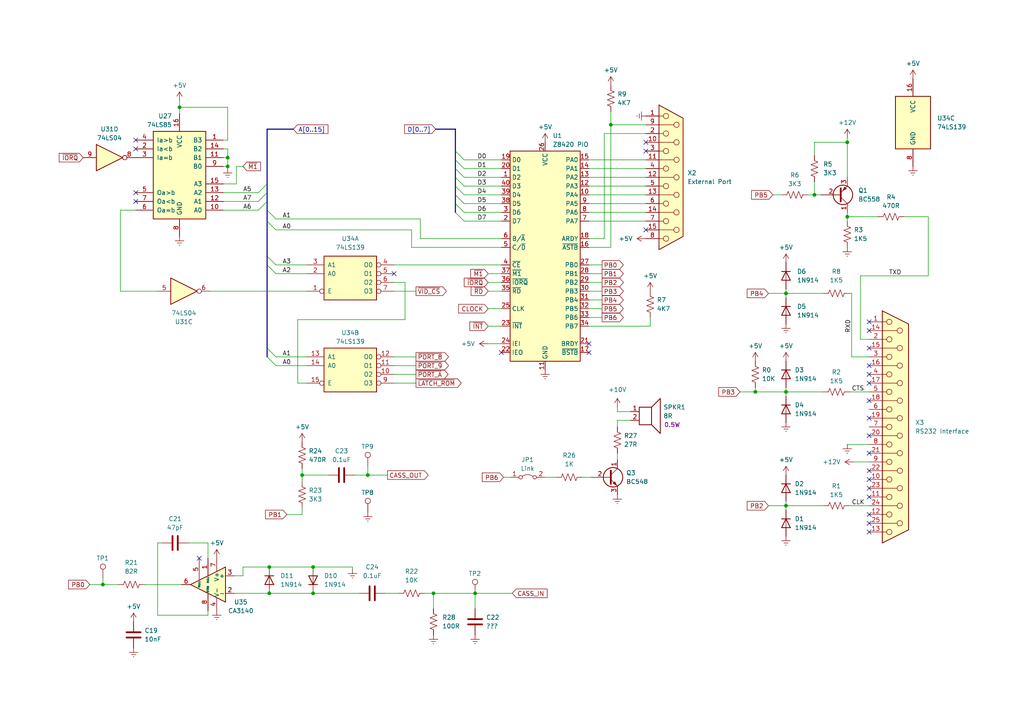
<source format=kicad_sch>
(kicad_sch (version 20230121) (generator eeschema)
  (paper "A4")
  (title_block (title "Microbee Kit") (date "1982") (rev "1") (comment 1 "(c) 1982 OJH MICROWORLD") (comment 2 "Schematic Resrawn by Rhys Weatherley"))
  (lib_symbols
    (symbol "74xx:74LS04"
      (property "Reference" "U" (at 0 1.27 0))
      (property "Value" "74LS04" (at 0 -1.27 0))
      (symbol "74LS04_1_0"
        (pin input line (at -7.62 0 0) (length 3.81) (name "~") (number "1"))
        (pin output inverted (at 7.62 0 180) (length 3.81) (name "~") (number "2"))
      )
      (symbol "74LS04_2_0"
        (pin input line (at -7.62 0 0) (length 3.81) (name "~") (number "3"))
        (pin output inverted (at 7.62 0 180) (length 3.81) (name "~") (number "4"))
      )
      (symbol "74LS04_3_0"
        (pin input line (at -7.62 0 0) (length 3.81) (name "~") (number "5"))
        (pin output inverted (at 7.62 0 180) (length 3.81) (name "~") (number "6"))
      )
      (symbol "74LS04_4_0"
        (pin output inverted (at 7.62 0 180) (length 3.81) (name "~") (number "8"))
        (pin input line (at -7.62 0 0) (length 3.81) (name "~") (number "9"))
      )
      (symbol "74LS04_5_0"
        (pin output inverted (at 7.62 0 180) (length 3.81) (name "~") (number "10"))
        (pin input line (at -7.62 0 0) (length 3.81) (name "~") (number "11"))
      )
      (symbol "74LS04_6_0"
        (pin output inverted (at 7.62 0 180) (length 3.81) (name "~") (number "12"))
        (pin input line (at -7.62 0 0) (length 3.81) (name "~") (number "13"))
      )
      (symbol "74LS04_7_0"
        (pin power_in line (at 0 12.7 270) (length 5.08) (name "VCC") (number "14"))
        (pin power_in line (at 0 -12.7 90) (length 5.08) (name "GND") (number "7"))
      )
    )
    (symbol "74xx:74LS139" (pin_names (offset 1.016))
      (property "Reference" "U" (at -7.62 8.89 0))
      (property "Value" "74LS139" (at -7.62 -8.89 0))
      (symbol "74LS139_1_0"
        (pin input inverted (at -12.7 -5.08 0) (length 5.08) (name "E") (number "1"))
        (pin input line (at -12.7 0 0) (length 5.08) (name "A0") (number "2"))
        (pin input line (at -12.7 2.54 0) (length 5.08) (name "A1") (number "3"))
        (pin output inverted (at 12.7 2.54 180) (length 5.08) (name "O0") (number "4"))
        (pin output inverted (at 12.7 0 180) (length 5.08) (name "O1") (number "5"))
        (pin output inverted (at 12.7 -2.54 180) (length 5.08) (name "O2") (number "6"))
        (pin output inverted (at 12.7 -5.08 180) (length 5.08) (name "O3") (number "7"))
      )
      (symbol "74LS139_2_0"
        (pin output inverted (at 12.7 -2.54 180) (length 5.08) (name "O2") (number "10"))
        (pin output inverted (at 12.7 0 180) (length 5.08) (name "O1") (number "11"))
        (pin output inverted (at 12.7 2.54 180) (length 5.08) (name "O0") (number "12"))
        (pin input line (at -12.7 2.54 0) (length 5.08) (name "A1") (number "13"))
        (pin input line (at -12.7 0 0) (length 5.08) (name "A0") (number "14"))
        (pin input inverted (at -12.7 -5.08 0) (length 5.08) (name "E") (number "15"))
        (pin output inverted (at 12.7 -5.08 180) (length 5.08) (name "O3") (number "9"))
      )
      (symbol "74LS139_3_0"
        (pin power_in line (at 0 12.7 270) (length 5.08) (name "VCC") (number "16"))
        (pin power_in line (at 0 -12.7 90) (length 5.08) (name "GND") (number "8"))
      )
    )
    (symbol "74xx:74LS85" (pin_names (offset 1.016))
      (property "Reference" "U" (at -7.62 13.97 0))
      (property "Value" "74LS85" (at -7.62 -13.97 0))
      (symbol "74LS85_1_0"
        (pin input line (at -12.7 10.16 0) (length 5.08) (name "B3") (number "1"))
        (pin input line (at -12.7 -10.16 0) (length 5.08) (name "A0") (number "10"))
        (pin input line (at -12.7 5.08 0) (length 5.08) (name "B1") (number "11"))
        (pin input line (at -12.7 -7.62 0) (length 5.08) (name "A1") (number "12"))
        (pin input line (at -12.7 -5.08 0) (length 5.08) (name "A2") (number "13"))
        (pin input line (at -12.7 7.62 0) (length 5.08) (name "B2") (number "14"))
        (pin input line (at -12.7 -2.54 0) (length 5.08) (name "A3") (number "15"))
        (pin power_in line (at 0 17.78 270) (length 5.08) (name "VCC") (number "16"))
        (pin input line (at 12.7 7.62 180) (length 5.08) (name "Ia<b") (number "2"))
        (pin input line (at 12.7 5.08 180) (length 5.08) (name "Ia=b") (number "3"))
        (pin input line (at 12.7 10.16 180) (length 5.08) (name "Ia>b") (number "4"))
        (pin output line (at 12.7 -5.08 180) (length 5.08) (name "Oa>b") (number "5"))
        (pin output line (at 12.7 -10.16 180) (length 5.08) (name "Oa=b") (number "6"))
        (pin output line (at 12.7 -7.62 180) (length 5.08) (name "Oa<b") (number "7"))
        (pin power_in line (at 0 -17.78 90) (length 5.08) (name "GND") (number "8"))
        (pin input line (at -12.7 2.54 0) (length 5.08) (name "B0") (number "9"))
      )
    )
    (symbol "Amplifier_Operational:CA3140" (pin_names (offset 0.127))
      (property "Reference" "U" (at 6.35 5.08 0))
      (property "Value" "CA3140" (at 6.35 2.54 0))
      (symbol "CA3140_1_1"
        (pin passive line (at 0 7.62 270) (length 5.08) (name "NULL") (number "1"))
        (pin input line (at -7.62 -2.54 0) (length 2.54) (name "-") (number "2"))
        (pin input line (at -7.62 2.54 0) (length 2.54) (name "+") (number "3"))
        (pin power_in line (at -2.54 -7.62 90) (length 3.81) (name "V-") (number "4"))
        (pin passive line (at 2.54 7.62 270) (length 6.35) (name "NULL") (number "5"))
        (pin output line (at 7.62 0 180) (length 2.54) (name "~") (number "6"))
        (pin power_in line (at -2.54 7.62 270) (length 3.81) (name "V+") (number "7"))
        (pin passive line (at 0 -7.62 90) (length 5.08) (name "STRB") (number "8"))
      )
    )
    (symbol "Connector:DA15_Receptacle" (pin_names (offset 1.016) hide)
      (property "Reference" "J" (at 0.508 21.59 0))
      (property "Value" "DA15_Receptacle" (at 0 -22.225 0))
      (symbol "DA15_Receptacle_1_1"
        (pin passive line (at -7.62 17.78 0) (length 3.81) (name "1") (number "1"))
        (pin passive line (at -7.62 10.16 0) (length 3.81) (name "P10") (number "10"))
        (pin passive line (at -7.62 5.08 0) (length 3.81) (name "P111") (number "11"))
        (pin passive line (at -7.62 0 0) (length 3.81) (name "P12") (number "12"))
        (pin passive line (at -7.62 -5.08 0) (length 3.81) (name "P13") (number "13"))
        (pin passive line (at -7.62 -10.16 0) (length 3.81) (name "P14") (number "14"))
        (pin passive line (at -7.62 -15.24 0) (length 3.81) (name "P15") (number "15"))
        (pin passive line (at -7.62 12.7 0) (length 3.81) (name "2") (number "2"))
        (pin passive line (at -7.62 7.62 0) (length 3.81) (name "3") (number "3"))
        (pin passive line (at -7.62 2.54 0) (length 3.81) (name "4") (number "4"))
        (pin passive line (at -7.62 -2.54 0) (length 3.81) (name "5") (number "5"))
        (pin passive line (at -7.62 -7.62 0) (length 3.81) (name "6") (number "6"))
        (pin passive line (at -7.62 -12.7 0) (length 3.81) (name "7") (number "7"))
        (pin passive line (at -7.62 -17.78 0) (length 3.81) (name "8") (number "8"))
        (pin passive line (at -7.62 15.24 0) (length 3.81) (name "P9") (number "9"))
      )
    )
    (symbol "Connector:DB25_Receptacle" (pin_names (offset 1.016) hide)
      (property "Reference" "J" (at 0 34.29 0))
      (property "Value" "DB25_Receptacle" (at 0 -34.925 0))
      (symbol "DB25_Receptacle_1_1"
        (pin passive line (at -7.62 30.48 0) (length 3.81) (name "1") (number "1"))
        (pin passive line (at -7.62 -15.24 0) (length 3.81) (name "10") (number "10"))
        (pin passive line (at -7.62 -20.32 0) (length 3.81) (name "11") (number "11"))
        (pin passive line (at -7.62 -25.4 0) (length 3.81) (name "12") (number "12"))
        (pin passive line (at -7.62 -30.48 0) (length 3.81) (name "13") (number "13"))
        (pin passive line (at -7.62 27.94 0) (length 3.81) (name "P14") (number "14"))
        (pin passive line (at -7.62 22.86 0) (length 3.81) (name "P15") (number "15"))
        (pin passive line (at -7.62 17.78 0) (length 3.81) (name "P16") (number "16"))
        (pin passive line (at -7.62 12.7 0) (length 3.81) (name "P17") (number "17"))
        (pin passive line (at -7.62 7.62 0) (length 3.81) (name "P18") (number "18"))
        (pin passive line (at -7.62 2.54 0) (length 3.81) (name "P19") (number "19"))
        (pin passive line (at -7.62 25.4 0) (length 3.81) (name "2") (number "2"))
        (pin passive line (at -7.62 -2.54 0) (length 3.81) (name "P20") (number "20"))
        (pin passive line (at -7.62 -7.62 0) (length 3.81) (name "P21") (number "21"))
        (pin passive line (at -7.62 -12.7 0) (length 3.81) (name "P22") (number "22"))
        (pin passive line (at -7.62 -17.78 0) (length 3.81) (name "P23") (number "23"))
        (pin passive line (at -7.62 -22.86 0) (length 3.81) (name "P24") (number "24"))
        (pin passive line (at -7.62 -27.94 0) (length 3.81) (name "P25") (number "25"))
        (pin passive line (at -7.62 20.32 0) (length 3.81) (name "3") (number "3"))
        (pin passive line (at -7.62 15.24 0) (length 3.81) (name "4") (number "4"))
        (pin passive line (at -7.62 10.16 0) (length 3.81) (name "5") (number "5"))
        (pin passive line (at -7.62 5.08 0) (length 3.81) (name "6") (number "6"))
        (pin passive line (at -7.62 0 0) (length 3.81) (name "7") (number "7"))
        (pin passive line (at -7.62 -5.08 0) (length 3.81) (name "8") (number "8"))
        (pin passive line (at -7.62 -10.16 0) (length 3.81) (name "9") (number "9"))
      )
    )
    (symbol "Connector:TestPoint" (pin_numbers hide) (pin_names (offset 0.762) hide)
      (property "Reference" "TP" (at 0 6.858 0))
      (property "Value" "TestPoint" (at 0 5.08 0))
      (symbol "TestPoint_1_1"
        (pin passive line (at 0 0 90) (length 2.54) (name "1") (number "1"))
      )
    )
    (symbol "Device:C" (pin_numbers hide) (pin_names (offset 0.254))
      (property "Reference" "C" (at 0.635 2.54 0))
      (property "Value" "C" (at 0.635 -2.54 0))
      (symbol "C_1_1"
        (pin passive line (at 0 3.81 270) (length 2.794) (name "~") (number "1"))
        (pin passive line (at 0 -3.81 90) (length 2.794) (name "~") (number "2"))
      )
    )
    (symbol "Device:R_US" (pin_numbers hide) (pin_names (offset 0))
      (property "Reference" "R" (at 2.54 0 90))
      (property "Value" "R_US" (at -2.54 0 90))
      (symbol "R_US_1_1"
        (pin passive line (at 0 3.81 270) (length 1.27) (name "~") (number "1"))
        (pin passive line (at 0 -3.81 90) (length 1.27) (name "~") (number "2"))
      )
    )
    (symbol "Device:Speaker" (pin_names (offset 0) hide)
      (property "Reference" "LS" (at 1.27 5.715 0))
      (property "Value" "Speaker" (at 1.27 3.81 0))
      (symbol "Speaker_1_1"
        (pin input line (at -5.08 0 0) (length 2.54) (name "1") (number "1"))
        (pin input line (at -5.08 -2.54 0) (length 2.54) (name "2") (number "2"))
      )
    )
    (symbol "Diode:1N914" (pin_numbers hide) (pin_names hide)
      (property "Reference" "D" (at 0 2.54 0))
      (property "Value" "1N914" (at 0 -2.54 0))
      (symbol "1N914_1_1"
        (pin passive line (at -3.81 0 0) (length 2.54) (name "K") (number "1"))
        (pin passive line (at 3.81 0 180) (length 2.54) (name "A") (number "2"))
      )
    )
    (symbol "Interface:Z84C20"
      (property "Reference" "U" (at -10.16 31.75 0))
      (property "Value" "Z84C20" (at 3.81 31.75 0))
      (symbol "Z84C20_1_1"
        (pin bidirectional line (at -12.7 22.86 0) (length 2.54) (name "D2") (number "1"))
        (pin bidirectional line (at 12.7 17.78 180) (length 2.54) (name "PA4") (number "10"))
        (pin power_in line (at 0 -33.02 90) (length 2.54) (name "GND") (number "11"))
        (pin bidirectional line (at 12.7 20.32 180) (length 2.54) (name "PA3") (number "12"))
        (pin bidirectional line (at 12.7 22.86 180) (length 2.54) (name "PA2") (number "13"))
        (pin bidirectional line (at 12.7 25.4 180) (length 2.54) (name "PA1") (number "14"))
        (pin bidirectional line (at 12.7 27.94 180) (length 2.54) (name "PA0") (number "15"))
        (pin input line (at 12.7 2.54 180) (length 2.54) (name "~{ASTB}") (number "16"))
        (pin input line (at 12.7 -27.94 180) (length 2.54) (name "~{BSTB}") (number "17"))
        (pin output line (at 12.7 5.08 180) (length 2.54) (name "ARDY") (number "18"))
        (pin bidirectional line (at -12.7 27.94 0) (length 2.54) (name "D0") (number "19"))
        (pin bidirectional line (at -12.7 10.16 0) (length 2.54) (name "D7") (number "2"))
        (pin bidirectional line (at -12.7 25.4 0) (length 2.54) (name "D1") (number "20"))
        (pin output line (at 12.7 -25.4 180) (length 2.54) (name "BRDY") (number "21"))
        (pin output line (at -12.7 -27.94 0) (length 2.54) (name "IEO") (number "22"))
        (pin open_collector line (at -12.7 -20.32 0) (length 2.54) (name "~{INT}") (number "23"))
        (pin input line (at -12.7 -25.4 0) (length 2.54) (name "IEI") (number "24"))
        (pin input line (at -12.7 -15.24 0) (length 2.54) (name "CLK") (number "25"))
        (pin power_in line (at 0 33.02 270) (length 2.54) (name "VCC") (number "26"))
        (pin bidirectional line (at 12.7 -2.54 180) (length 2.54) (name "PB0") (number "27"))
        (pin bidirectional line (at 12.7 -5.08 180) (length 2.54) (name "PB1") (number "28"))
        (pin bidirectional line (at 12.7 -7.62 180) (length 2.54) (name "PB2") (number "29"))
        (pin bidirectional line (at -12.7 12.7 0) (length 2.54) (name "D6") (number "3"))
        (pin bidirectional line (at 12.7 -10.16 180) (length 2.54) (name "PB3") (number "30"))
        (pin bidirectional line (at 12.7 -12.7 180) (length 2.54) (name "PB4") (number "31"))
        (pin bidirectional line (at 12.7 -15.24 180) (length 2.54) (name "PB5") (number "32"))
        (pin bidirectional line (at 12.7 -17.78 180) (length 2.54) (name "PB6") (number "33"))
        (pin bidirectional line (at 12.7 -20.32 180) (length 2.54) (name "PB7") (number "34"))
        (pin input line (at -12.7 -10.16 0) (length 2.54) (name "~{RD}") (number "35"))
        (pin input line (at -12.7 -7.62 0) (length 2.54) (name "~{IORQ}") (number "36"))
        (pin input line (at -12.7 -5.08 0) (length 2.54) (name "~{M1}") (number "37"))
        (pin bidirectional line (at -12.7 15.24 0) (length 2.54) (name "D5") (number "38"))
        (pin bidirectional line (at -12.7 17.78 0) (length 2.54) (name "D4") (number "39"))
        (pin input line (at -12.7 -2.54 0) (length 2.54) (name "~{CE}") (number "4"))
        (pin bidirectional line (at -12.7 20.32 0) (length 2.54) (name "D3") (number "40"))
        (pin input line (at -12.7 2.54 0) (length 2.54) (name "C/~{D}") (number "5"))
        (pin input line (at -12.7 5.08 0) (length 2.54) (name "B/~{A}") (number "6"))
        (pin bidirectional line (at 12.7 10.16 180) (length 2.54) (name "PA7") (number "7"))
        (pin bidirectional line (at 12.7 12.7 180) (length 2.54) (name "PA6") (number "8"))
        (pin bidirectional line (at 12.7 15.24 180) (length 2.54) (name "PA5") (number "9"))
      )
    )
    (symbol "Jumper:Jumper_2_Bridged" (pin_names (offset 0) hide)
      (property "Reference" "JP" (at 0 1.905 0))
      (property "Value" "Jumper_2_Bridged" (at 0 -2.54 0))
      (symbol "Jumper_2_Bridged_1_1"
        (pin passive line (at -5.08 0 0) (length 2.54) (name "A") (number "1"))
        (pin passive line (at 5.08 0 180) (length 2.54) (name "B") (number "2"))
      )
    )
    (symbol "Transistor_BJT:BC548" (pin_names (offset 0) hide)
      (property "Reference" "Q" (at 5.08 1.905 0))
      (property "Value" "BC548" (at 5.08 0 0))
      (symbol "BC548_1_1"
        (pin passive line (at 2.54 5.08 270) (length 2.54) (name "C") (number "1"))
        (pin input line (at -5.08 0 0) (length 5.08) (name "B") (number "2"))
        (pin passive line (at 2.54 -5.08 90) (length 2.54) (name "E") (number "3"))
      )
    )
    (symbol "Transistor_BJT:BC558" (pin_names (offset 0) hide)
      (property "Reference" "Q" (at 5.08 1.905 0))
      (property "Value" "BC558" (at 5.08 0 0))
      (symbol "BC558_1_1"
        (pin passive line (at 2.54 5.08 270) (length 2.54) (name "C") (number "1"))
        (pin input line (at -5.08 0 0) (length 5.715) (name "B") (number "2"))
        (pin passive line (at 2.54 -5.08 90) (length 2.54) (name "E") (number "3"))
      )
    )
    (symbol "power:+10V" (power) (pin_names (offset 0))
      (property "Value" "+10V" (at 0 3.556 0))
      (symbol "+10V_1_1"
        (pin power_in line (at 0 0 90) (length 0) hide (name "+10V") (number "1"))
      )
    )
    (symbol "power:+12V" (power) (pin_names (offset 0))
      (property "Value" "+12V" (at 0 3.556 0))
      (symbol "+12V_1_1"
        (pin power_in line (at 0 0 90) (length 0) hide (name "+12V") (number "1"))
      )
    )
    (symbol "power:+5V" (power) (pin_names (offset 0))
      (property "Value" "+5V" (at 0 3.556 0))
      (symbol "+5V_1_1"
        (pin power_in line (at 0 0 90) (length 0) hide (name "+5V") (number "1"))
      )
    )
    (symbol "power:Earth" (power) (pin_names (offset 0))
      (symbol "Earth_1_1"
        (pin power_in line (at 0 0 270) (length 0) hide (name "Earth") (number "1"))
      )
    )
  )
  (junction (at 78.105 172.085))
  (junction (at 66.04 45.72))
  (junction (at 125.73 172.085))
  (junction (at 87.63 137.795))
  (junction (at 137.795 172.085))
  (junction (at 90.805 164.465))
  (junction (at 29.845 169.545))
  (junction (at 227.965 146.685))
  (junction (at 236.22 56.515))
  (junction (at 245.745 41.275))
  (junction (at 245.745 62.865))
  (junction (at 90.805 172.085))
  (junction (at 106.68 137.795))
  (junction (at 177.165 36.195))
  (junction (at 78.105 164.465))
  (junction (at 66.04 48.26))
  (junction (at 227.965 85.09))
  (junction (at 52.07 31.115))
  (junction (at 227.965 113.665))
  (junction (at 219.075 113.665))
  (no_connect (at 252.095 121.285))
  (no_connect (at 187.325 41.275))
  (no_connect (at 170.815 99.695))
  (no_connect (at 252.095 100.965))
  (no_connect (at 170.815 102.235))
  (no_connect (at 252.095 108.585))
  (no_connect (at 252.095 131.445))
  (no_connect (at 187.325 66.675))
  (no_connect (at 252.095 151.765))
  (no_connect (at 252.095 116.205))
  (no_connect (at 39.37 43.18))
  (no_connect (at 252.095 93.345))
  (no_connect (at 39.37 55.88))
  (no_connect (at 114.3 79.375))
  (no_connect (at 252.095 136.525))
  (no_connect (at 252.095 149.225))
  (no_connect (at 187.325 43.815))
  (no_connect (at 252.095 106.045))
  (no_connect (at 252.095 154.305))
  (no_connect (at 252.095 144.145))
  (no_connect (at 252.095 111.125))
  (no_connect (at 252.095 139.065))
  (no_connect (at 252.095 95.885))
  (no_connect (at 57.785 161.925))
  (no_connect (at 252.095 126.365))
  (no_connect (at 145.415 102.235))
  (no_connect (at 252.095 141.605))
  (no_connect (at 39.37 58.42))
  (no_connect (at 39.37 40.64))
  (bus_entry (at 74.93 60.96) (size 2.54 -2.54))
  (bus_entry (at 77.47 100.965) (size 2.54 2.54))
  (bus_entry (at 74.93 58.42) (size 2.54 -2.54))
  (bus_entry (at 132.08 43.815) (size 2.54 2.54))
  (bus_entry (at 74.93 55.88) (size 2.54 -2.54))
  (bus_entry (at 132.08 61.595) (size 2.54 2.54))
  (bus_entry (at 132.08 56.515) (size 2.54 2.54))
  (bus_entry (at 77.47 103.505) (size 2.54 2.54))
  (bus_entry (at 80.01 66.675) (size -2.54 -2.54))
  (bus_entry (at 132.08 53.975) (size 2.54 2.54))
  (bus_entry (at 77.47 74.295) (size 2.54 2.54))
  (bus_entry (at 132.08 48.895) (size 2.54 2.54))
  (bus_entry (at 80.01 63.5) (size -2.54 -2.54))
  (bus_entry (at 132.08 46.355) (size 2.54 2.54))
  (bus_entry (at 132.08 59.055) (size 2.54 2.54))
  (bus_entry (at 132.08 51.435) (size 2.54 2.54))
  (bus_entry (at 77.47 76.835) (size 2.54 2.54))
  (wire (pts (xy 170.815 76.835) (xy 174.625 76.835)))
  (wire (pts (xy 52.07 29.21) (xy 52.07 31.115)))
  (wire (pts (xy 141.605 81.915) (xy 145.415 81.915)))
  (wire (pts (xy 168.91 138.43) (xy 171.45 138.43)))
  (bus (pts (xy 132.08 43.815) (xy 132.08 46.355)))
  (wire (pts (xy 125.73 172.085) (xy 125.73 176.53)))
  (wire (pts (xy 29.845 167.64) (xy 29.845 169.545)))
  (wire (pts (xy 234.315 56.515) (xy 236.22 56.515)))
  (wire (pts (xy 86.36 111.125) (xy 88.9 111.125)))
  (wire (pts (xy 141.605 79.375) (xy 145.415 79.375)))
  (wire (pts (xy 177.165 36.195) (xy 187.325 36.195)))
  (wire (pts (xy 34.925 84.455) (xy 34.925 60.96)))
  (wire (pts (xy 64.77 60.96) (xy 74.93 60.96)))
  (wire (pts (xy 66.04 31.115) (xy 52.07 31.115)))
  (wire (pts (xy 87.63 137.795) (xy 95.25 137.795)))
  (wire (pts (xy 269.24 80.01) (xy 269.24 62.865)))
  (wire (pts (xy 78.105 172.085) (xy 90.805 172.085)))
  (bus (pts (xy 77.47 64.135) (xy 77.47 74.295)))
  (wire (pts (xy 45.72 157.48) (xy 46.99 157.48)))
  (wire (pts (xy 70.485 167.005) (xy 70.485 164.465)))
  (wire (pts (xy 137.795 172.085) (xy 148.59 172.085)))
  (wire (pts (xy 102.87 137.795) (xy 106.68 137.795)))
  (wire (pts (xy 170.815 94.615) (xy 188.595 94.615)))
  (wire (pts (xy 227.965 113.665) (xy 227.965 114.935)))
  (wire (pts (xy 219.075 112.395) (xy 219.075 113.665)))
  (wire (pts (xy 236.22 56.515) (xy 238.125 56.515)))
  (wire (pts (xy 70.485 164.465) (xy 78.105 164.465)))
  (bus (pts (xy 126.365 37.465) (xy 132.08 37.465)))
  (wire (pts (xy 245.745 61.595) (xy 245.745 62.865)))
  (wire (pts (xy 245.745 128.905) (xy 252.095 128.905)))
  (wire (pts (xy 179.07 121.92) (xy 179.07 123.825)))
  (wire (pts (xy 134.62 53.975) (xy 145.415 53.975)))
  (wire (pts (xy 106.68 137.795) (xy 112.395 137.795)))
  (wire (pts (xy 141.605 99.695) (xy 145.415 99.695)))
  (wire (pts (xy 41.91 169.545) (xy 52.705 169.545)))
  (bus (pts (xy 77.47 58.42) (xy 77.47 60.96)))
  (wire (pts (xy 170.815 56.515) (xy 187.325 56.515)))
  (wire (pts (xy 68.58 53.34) (xy 64.77 53.34)))
  (wire (pts (xy 87.63 149.225) (xy 87.63 147.32)))
  (bus (pts (xy 77.47 100.965) (xy 77.47 103.505)))
  (wire (pts (xy 64.77 58.42) (xy 74.93 58.42)))
  (wire (pts (xy 146.05 138.43) (xy 147.955 138.43)))
  (bus (pts (xy 77.47 74.295) (xy 77.47 76.835)))
  (wire (pts (xy 114.3 103.505) (xy 120.65 103.505)))
  (wire (pts (xy 214.63 113.665) (xy 219.075 113.665)))
  (wire (pts (xy 227.965 85.09) (xy 227.965 86.36)))
  (wire (pts (xy 182.88 121.92) (xy 179.07 121.92)))
  (wire (pts (xy 80.01 76.835) (xy 88.9 76.835)))
  (wire (pts (xy 246.38 113.665) (xy 252.095 113.665)))
  (wire (pts (xy 252.095 98.425) (xy 249.555 98.425)))
  (wire (pts (xy 170.815 69.215) (xy 175.26 69.215)))
  (wire (pts (xy 64.77 55.88) (xy 74.93 55.88)))
  (wire (pts (xy 123.19 172.085) (xy 125.73 172.085)))
  (wire (pts (xy 137.795 172.085) (xy 137.795 176.53)))
  (wire (pts (xy 170.815 71.755) (xy 177.165 71.755)))
  (wire (pts (xy 170.815 46.355) (xy 187.325 46.355)))
  (wire (pts (xy 121.92 63.5) (xy 80.01 63.5)))
  (wire (pts (xy 86.36 92.71) (xy 86.36 111.125)))
  (wire (pts (xy 114.3 76.835) (xy 145.415 76.835)))
  (wire (pts (xy 45.72 178.435) (xy 45.72 157.48)))
  (bus (pts (xy 132.08 56.515) (xy 132.08 59.055)))
  (wire (pts (xy 170.815 86.995) (xy 174.625 86.995)))
  (wire (pts (xy 121.92 69.215) (xy 121.92 63.5)))
  (wire (pts (xy 80.01 103.505) (xy 88.9 103.505)))
  (wire (pts (xy 134.62 51.435) (xy 145.415 51.435)))
  (wire (pts (xy 170.815 81.915) (xy 174.625 81.915)))
  (wire (pts (xy 252.095 103.505) (xy 247.015 103.505)))
  (wire (pts (xy 170.815 84.455) (xy 174.625 84.455)))
  (wire (pts (xy 177.165 32.385) (xy 177.165 36.195)))
  (wire (pts (xy 222.885 85.09) (xy 227.965 85.09)))
  (wire (pts (xy 238.76 146.685) (xy 227.965 146.685)))
  (wire (pts (xy 145.415 71.755) (xy 119.38 71.755)))
  (wire (pts (xy 66.04 48.895) (xy 66.04 48.26)))
  (wire (pts (xy 224.155 56.515) (xy 226.695 56.515)))
  (wire (pts (xy 177.165 71.755) (xy 177.165 36.195)))
  (wire (pts (xy 247.65 133.985) (xy 252.095 133.985)))
  (wire (pts (xy 120.65 84.455) (xy 114.3 84.455)))
  (wire (pts (xy 102.235 164.465) (xy 90.805 164.465)))
  (wire (pts (xy 245.745 40.005) (xy 245.745 41.275)))
  (wire (pts (xy 45.72 84.455) (xy 34.925 84.455)))
  (wire (pts (xy 188.595 94.615) (xy 188.595 92.075)))
  (wire (pts (xy 114.3 111.125) (xy 120.65 111.125)))
  (wire (pts (xy 145.415 69.215) (xy 121.92 69.215)))
  (bus (pts (xy 77.47 55.88) (xy 77.47 58.42)))
  (bus (pts (xy 132.08 59.055) (xy 132.08 61.595)))
  (wire (pts (xy 80.01 106.045) (xy 88.9 106.045)))
  (wire (pts (xy 102.235 165.1) (xy 102.235 164.465)))
  (bus (pts (xy 77.47 76.835) (xy 77.47 100.965)))
  (wire (pts (xy 249.555 98.425) (xy 249.555 80.01)))
  (wire (pts (xy 134.62 61.595) (xy 145.415 61.595)))
  (wire (pts (xy 90.805 172.085) (xy 104.14 172.085)))
  (bus (pts (xy 132.08 37.465) (xy 132.08 43.815)))
  (wire (pts (xy 66.04 48.26) (xy 66.04 45.72)))
  (wire (pts (xy 179.07 118.11) (xy 179.07 119.38)))
  (wire (pts (xy 236.22 45.085) (xy 236.22 41.275)))
  (wire (pts (xy 179.07 131.445) (xy 179.07 133.35)))
  (wire (pts (xy 60.325 161.925) (xy 60.325 157.48)))
  (wire (pts (xy 170.815 79.375) (xy 174.625 79.375)))
  (wire (pts (xy 134.62 59.055) (xy 145.415 59.055)))
  (wire (pts (xy 60.96 84.455) (xy 88.9 84.455)))
  (wire (pts (xy 170.815 61.595) (xy 187.325 61.595)))
  (wire (pts (xy 83.185 149.225) (xy 87.63 149.225)))
  (wire (pts (xy 114.3 108.585) (xy 120.65 108.585)))
  (wire (pts (xy 227.965 85.09) (xy 227.965 83.82)))
  (wire (pts (xy 179.07 119.38) (xy 182.88 119.38)))
  (wire (pts (xy 219.075 113.665) (xy 227.965 113.665)))
  (wire (pts (xy 52.07 31.115) (xy 52.07 33.02)))
  (wire (pts (xy 64.77 45.72) (xy 66.04 45.72)))
  (wire (pts (xy 245.745 41.275) (xy 245.745 51.435)))
  (wire (pts (xy 66.04 40.64) (xy 66.04 31.115)))
  (wire (pts (xy 269.24 62.865) (xy 262.255 62.865)))
  (bus (pts (xy 132.08 48.895) (xy 132.08 51.435)))
  (wire (pts (xy 64.77 48.26) (xy 66.04 48.26)))
  (wire (pts (xy 170.815 64.135) (xy 187.325 64.135)))
  (wire (pts (xy 227.965 146.685) (xy 227.965 147.955)))
  (wire (pts (xy 60.325 178.435) (xy 45.72 178.435)))
  (wire (pts (xy 64.77 43.18) (xy 66.04 43.18)))
  (wire (pts (xy 247.015 85.09) (xy 246.38 85.09)))
  (wire (pts (xy 134.62 56.515) (xy 145.415 56.515)))
  (wire (pts (xy 249.555 80.01) (xy 269.24 80.01)))
  (bus (pts (xy 132.08 53.975) (xy 132.08 56.515)))
  (wire (pts (xy 114.3 106.045) (xy 120.65 106.045)))
  (wire (pts (xy 67.945 167.005) (xy 70.485 167.005)))
  (wire (pts (xy 141.605 89.535) (xy 145.415 89.535)))
  (wire (pts (xy 125.73 172.085) (xy 137.795 172.085)))
  (wire (pts (xy 67.945 172.085) (xy 78.105 172.085)))
  (wire (pts (xy 227.965 113.665) (xy 227.965 112.395)))
  (wire (pts (xy 247.015 103.505) (xy 247.015 85.09)))
  (wire (pts (xy 236.22 41.275) (xy 245.745 41.275)))
  (wire (pts (xy 141.605 94.615) (xy 145.415 94.615)))
  (wire (pts (xy 60.325 177.165) (xy 60.325 178.435)))
  (wire (pts (xy 114.3 81.915) (xy 117.475 81.915)))
  (wire (pts (xy 80.01 79.375) (xy 88.9 79.375)))
  (wire (pts (xy 175.26 38.735) (xy 187.325 38.735)))
  (wire (pts (xy 117.475 92.71) (xy 86.36 92.71)))
  (wire (pts (xy 238.76 113.665) (xy 227.965 113.665)))
  (wire (pts (xy 238.76 85.09) (xy 227.965 85.09)))
  (bus (pts (xy 85.09 37.465) (xy 77.47 37.465)))
  (wire (pts (xy 246.38 146.685) (xy 252.095 146.685)))
  (wire (pts (xy 170.815 92.075) (xy 174.625 92.075)))
  (wire (pts (xy 64.77 40.64) (xy 66.04 40.64)))
  (wire (pts (xy 34.925 60.96) (xy 39.37 60.96)))
  (wire (pts (xy 66.04 45.72) (xy 66.04 43.18)))
  (wire (pts (xy 26.035 169.545) (xy 29.845 169.545)))
  (bus (pts (xy 77.47 60.96) (xy 77.47 64.135)))
  (bus (pts (xy 132.08 51.435) (xy 132.08 53.975)))
  (wire (pts (xy 106.68 135.255) (xy 106.68 137.795)))
  (wire (pts (xy 68.58 48.26) (xy 68.58 53.34)))
  (wire (pts (xy 87.63 137.795) (xy 87.63 139.7)))
  (wire (pts (xy 78.105 164.465) (xy 90.805 164.465)))
  (wire (pts (xy 141.605 84.455) (xy 145.415 84.455)))
  (wire (pts (xy 222.885 146.685) (xy 227.965 146.685)))
  (wire (pts (xy 170.815 53.975) (xy 187.325 53.975)))
  (wire (pts (xy 111.76 172.085) (xy 115.57 172.085)))
  (wire (pts (xy 134.62 46.355) (xy 145.415 46.355)))
  (wire (pts (xy 87.63 135.89) (xy 87.63 137.795)))
  (wire (pts (xy 158.115 138.43) (xy 161.29 138.43)))
  (wire (pts (xy 134.62 64.135) (xy 145.415 64.135)))
  (wire (pts (xy 170.815 51.435) (xy 187.325 51.435)))
  (bus (pts (xy 132.08 46.355) (xy 132.08 48.895)))
  (wire (pts (xy 68.58 48.26) (xy 70.485 48.26)))
  (wire (pts (xy 175.26 69.215) (xy 175.26 38.735)))
  (wire (pts (xy 29.845 169.545) (xy 34.29 169.545)))
  (wire (pts (xy 117.475 81.915) (xy 117.475 92.71)))
  (wire (pts (xy 236.22 52.705) (xy 236.22 56.515)))
  (wire (pts (xy 245.745 62.865) (xy 254.635 62.865)))
  (wire (pts (xy 134.62 48.895) (xy 145.415 48.895)))
  (wire (pts (xy 119.38 71.755) (xy 119.38 66.675)))
  (wire (pts (xy 170.815 48.895) (xy 187.325 48.895)))
  (wire (pts (xy 170.815 89.535) (xy 174.625 89.535)))
  (wire (pts (xy 60.325 157.48) (xy 54.61 157.48)))
  (wire (pts (xy 227.965 146.685) (xy 227.965 145.415)))
  (bus (pts (xy 77.47 53.34) (xy 77.47 55.88)))
  (wire (pts (xy 245.745 62.865) (xy 245.745 64.135)))
  (wire (pts (xy 119.38 66.675) (xy 80.01 66.675)))
  (wire (pts (xy 170.815 59.055) (xy 187.325 59.055)))
  (bus (pts (xy 77.47 37.465) (xy 77.47 53.34)))
  (label "D1" (at 138.43 48.895 0))
  (label "A1" (at 81.915 103.505 0))
  (label "A0" (at 81.915 106.045 0))
  (label "CLK" (at 247.015 146.685 0))
  (label "A0" (at 81.915 66.675 0))
  (label "A2" (at 81.915 79.375 0))
  (label "D3" (at 138.43 53.975 0))
  (label "D6" (at 138.43 61.595 0))
  (label "D0" (at 138.43 46.355 0))
  (label "D5" (at 138.43 59.055 0))
  (label "A1" (at 81.915 63.5 0))
  (label "RXD" (at 247.015 96.52 90))
  (label "A6" (at 70.485 60.96 0))
  (label "A3" (at 81.915 76.835 0))
  (label "A7" (at 70.485 58.42 0))
  (label "D7" (at 138.43 64.135 0))
  (label "CTS" (at 247.015 113.665 0))
  (label "TXD" (at 257.81 80.01 0))
  (label "D4" (at 138.43 56.515 0))
  (label "A5" (at 70.485 55.88 0))
  (label "D2" (at 138.43 51.435 0))
  (global_label "PB6" (shape output) (at 174.625 92.075 0) (property "Intersheetrefs" "${INTERSHEET_REFS}" (effects hide)))
  (global_label "CLOCK" (shape input) (at 141.605 89.535 180) (property "Intersheetrefs" "${INTERSHEET_REFS}" (effects hide)))
  (global_label "PB4" (shape input) (at 222.885 85.09 180) (property "Intersheetrefs" "${INTERSHEET_REFS}" (effects hide)))
  (global_label "D[0..7]" (shape input) (at 126.365 37.465 180) (property "Intersheetrefs" "${INTERSHEET_REFS}" (effects hide)))
  (global_label "~{PORT_9}" (shape output) (at 120.65 106.045 0) (property "Intersheetrefs" "${INTERSHEET_REFS}" (effects hide)))
  (global_label "~{PORT_A}" (shape output) (at 120.65 108.585 0) (property "Intersheetrefs" "${INTERSHEET_REFS}" (effects hide)))
  (global_label "PB2" (shape output) (at 174.625 81.915 0) (property "Intersheetrefs" "${INTERSHEET_REFS}" (effects hide)))
  (global_label "~{INT}" (shape input) (at 141.605 94.615 180) (property "Intersheetrefs" "${INTERSHEET_REFS}" (effects hide)))
  (global_label "PB2" (shape input) (at 222.885 146.685 180) (property "Intersheetrefs" "${INTERSHEET_REFS}" (effects hide)))
  (global_label "~{IORQ}" (shape input) (at 24.13 45.72 180) (property "Intersheetrefs" "${INTERSHEET_REFS}" (effects hide)))
  (global_label "~{LATCH_ROM}" (shape output) (at 120.65 111.125 0) (property "Intersheetrefs" "${INTERSHEET_REFS}" (effects hide)))
  (global_label "PB5" (shape output) (at 174.625 89.535 0) (property "Intersheetrefs" "${INTERSHEET_REFS}" (effects hide)))
  (global_label "~{M1}" (shape input) (at 70.485 48.26 0) (property "Intersheetrefs" "${INTERSHEET_REFS}" (effects hide)))
  (global_label "CASS_IN" (shape input) (at 148.59 172.085 0) (property "Intersheetrefs" "${INTERSHEET_REFS}" (effects hide)))
  (global_label "PB4" (shape output) (at 174.625 86.995 0) (property "Intersheetrefs" "${INTERSHEET_REFS}" (effects hide)))
  (global_label "PB1" (shape input) (at 83.185 149.225 180) (property "Intersheetrefs" "${INTERSHEET_REFS}" (effects hide)))
  (global_label "PB0" (shape output) (at 174.625 76.835 0) (property "Intersheetrefs" "${INTERSHEET_REFS}" (effects hide)))
  (global_label "~{VID_CS}" (shape output) (at 120.65 84.455 0) (property "Intersheetrefs" "${INTERSHEET_REFS}" (effects hide)))
  (global_label "PB5" (shape input) (at 224.155 56.515 180) (property "Intersheetrefs" "${INTERSHEET_REFS}" (effects hide)))
  (global_label "PB0" (shape input) (at 26.035 169.545 180) (property "Intersheetrefs" "${INTERSHEET_REFS}" (effects hide)))
  (global_label "~{IORQ}" (shape input) (at 141.605 81.915 180) (property "Intersheetrefs" "${INTERSHEET_REFS}" (effects hide)))
  (global_label "~{PORT_8}" (shape output) (at 120.65 103.505 0) (property "Intersheetrefs" "${INTERSHEET_REFS}" (effects hide)))
  (global_label "PB6" (shape input) (at 146.05 138.43 180) (property "Intersheetrefs" "${INTERSHEET_REFS}" (effects hide)))
  (global_label "~{M1}" (shape input) (at 141.605 79.375 180) (property "Intersheetrefs" "${INTERSHEET_REFS}" (effects hide)))
  (global_label "~{RD}" (shape input) (at 141.605 84.455 180) (property "Intersheetrefs" "${INTERSHEET_REFS}" (effects hide)))
  (global_label "A[0..15]" (shape input) (at 85.09 37.465 0) (property "Intersheetrefs" "${INTERSHEET_REFS}" (effects hide)))
  (global_label "PB3" (shape input) (at 214.63 113.665 180) (property "Intersheetrefs" "${INTERSHEET_REFS}" (effects hide)))
  (global_label "PB3" (shape output) (at 174.625 84.455 0) (property "Intersheetrefs" "${INTERSHEET_REFS}" (effects hide)))
  (global_label "CASS_OUT" (shape output) (at 112.395 137.795 0) (property "Intersheetrefs" "${INTERSHEET_REFS}" (effects hide)))
  (global_label "PB1" (shape output) (at 174.625 79.375 0) (property "Intersheetrefs" "${INTERSHEET_REFS}" (effects hide)))
  (symbol (lib_id "Jumper:Jumper_2_Bridged") (at 153.035 138.43 0) (unit 1)
    (property "Reference" "JP1" (at 153.035 133.35 0))
    (property "Value" "Link" (at 153.035 135.89 0))
  )
  (symbol (lib_id "power:Earth") (at 187.325 33.655 270) (unit 1)
    (property "Reference" "#PWR050" (effects hide))
    (property "Value" "Earth" (effects hide))
  )
  (symbol (lib_id "Connector:DA15_Receptacle") (at 194.945 51.435 0) (unit 1)
    (property "Reference" "X2" (at 199.39 50.165 0) (effects (justify left)))
    (property "Value" "External Port" (at 199.39 52.705 0) (effects (justify left)))
    (property "Footprint" "Connector_Dsub:DSUB-15_Female_Horizontal_P2.77x2.84mm_EdgePinOffset9.40mm" (effects hide))
    (property "Datasheet" " ~" (effects hide))
  )
  (symbol (lib_id "power:+5V") (at 227.965 76.2 0) (unit 1)
    (property "Reference" "#PWR065" (effects hide))
    (property "Value" "+5V" (at 227.965 71.755 0))
  )
  (symbol (lib_id "power:Earth") (at 38.735 187.96 0) (unit 1)
    (property "Reference" "#PWR078" (effects hide))
    (property "Value" "Earth" (effects hide))
  )
  (symbol (lib_id "power:Earth") (at 245.745 71.755 0) (unit 1)
    (property "Reference" "#PWR067" (effects hide))
    (property "Value" "Earth" (effects hide))
  )
  (symbol (lib_id "Device:C") (at 107.95 172.085 90) (unit 1)
    (property "Reference" "C24" (at 107.95 164.465 90))
    (property "Value" "0.1uF" (at 107.95 167.005 90))
  )
  (symbol (lib_id "74xx:74LS04") (at 31.75 45.72 0) (unit 4)
    (property "Reference" "U31" (at 31.75 37.465 0))
    (property "Value" "74LS04" (at 31.75 40.005 0))
    (property "Datasheet" "http://www.ti.com/lit/gpn/sn74LS04" (effects hide))
  )
  (symbol (lib_id "Device:R_US") (at 236.22 48.895 0) (unit 1)
    (property "Reference" "R5" (at 238.76 47.625 0) (effects (justify left)))
    (property "Value" "3K3" (at 238.76 50.165 0) (effects (justify left)))
    (property "Footprint" "Resistor_THT:R_Axial_DIN0207_L6.3mm_D2.5mm_P7.62mm_Horizontal" (effects hide))
  )
  (symbol (lib_id "Device:R_US") (at 242.57 146.685 90) (unit 1)
    (property "Reference" "R1" (at 242.57 140.97 90))
    (property "Value" "1K5" (at 242.57 143.51 90))
    (property "Footprint" "Resistor_THT:R_Axial_DIN0207_L6.3mm_D2.5mm_P7.62mm_Horizontal" (effects hide))
  )
  (symbol (lib_id "Device:R_US") (at 177.165 28.575 0) (unit 1)
    (property "Reference" "R9" (at 179.07 27.305 0) (effects (justify left)))
    (property "Value" "4K7" (at 179.07 29.845 0) (effects (justify left)))
    (property "Footprint" "Resistor_THT:R_Axial_DIN0207_L6.3mm_D2.5mm_P7.62mm_Horizontal" (effects hide))
  )
  (symbol (lib_id "Device:C") (at 137.795 180.34 0) (unit 1)
    (property "Reference" "C22" (at 140.97 179.07 0) (effects (justify left)))
    (property "Value" "???" (at 140.97 181.61 0) (effects (justify left)))
  )
  (symbol (lib_id "power:Earth") (at 264.795 48.26 0) (unit 1)
    (property "Reference" "#PWR053" (effects hide))
    (property "Value" "Earth" (effects hide))
  )
  (symbol (lib_id "power:Earth") (at 227.965 93.98 0) (unit 1)
    (property "Reference" "#PWR066" (effects hide))
    (property "Value" "Earth" (effects hide))
  )
  (symbol (lib_id "Device:C") (at 50.8 157.48 90) (unit 1)
    (property "Reference" "C21" (at 50.8 150.495 90))
    (property "Value" "47pF" (at 50.8 153.035 90))
  )
  (symbol (lib_id "Diode:1N914") (at 90.805 168.275 90) (unit 1)
    (property "Reference" "D10" (at 93.98 167.005 90) (effects (justify right)))
    (property "Value" "1N914" (at 93.98 169.545 90) (effects (justify right)))
    (property "Footprint" "Diode_THT:D_DO-35_SOD27_P7.62mm_Horizontal" (effects hide))
    (property "Datasheet" "http://www.vishay.com/docs/85622/1n914.pdf" (effects hide))
    (property "Sim.Device" "D" (effects hide))
    (property "Sim.Pins" "1=K 2=A" (effects hide))
  )
  (symbol (lib_id "Device:R_US") (at 125.73 180.34 0) (unit 1)
    (property "Reference" "R28" (at 128.27 179.07 0) (effects (justify left)))
    (property "Value" "100R" (at 128.27 181.61 0) (effects (justify left)))
    (property "Footprint" "Resistor_THT:R_Axial_DIN0207_L6.3mm_D2.5mm_P7.62mm_Horizontal" (effects hide))
  )
  (symbol (lib_id "power:+5V") (at 141.605 99.695 90) (unit 1)
    (property "Reference" "#PWR054" (effects hide))
    (property "Value" "+5V" (at 137.795 99.695 90) (effects (justify left)))
  )
  (symbol (lib_id "Device:R_US") (at 245.745 67.945 0) (unit 1)
    (property "Reference" "R3" (at 247.65 66.675 0) (effects (justify left)))
    (property "Value" "1K5" (at 247.65 69.215 0) (effects (justify left)))
    (property "Footprint" "Resistor_THT:R_Axial_DIN0207_L6.3mm_D2.5mm_P7.62mm_Horizontal" (effects hide))
  )
  (symbol (lib_id "Device:C") (at 99.06 137.795 90) (unit 1)
    (property "Reference" "C23" (at 99.06 130.81 90))
    (property "Value" "0.1uF" (at 99.06 133.35 90))
  )
  (symbol (lib_id "power:+5V") (at 264.795 22.86 0) (unit 1)
    (property "Reference" "#PWR052" (effects hide))
    (property "Value" "+5V" (at 264.795 18.415 0))
  )
  (symbol (lib_id "power:Earth") (at 106.68 148.59 0) (unit 1)
    (property "Reference" "#PWR081" (effects hide))
    (property "Value" "Earth" (effects hide))
  )
  (symbol (lib_id "Device:R_US") (at 219.075 108.585 0) (unit 1)
    (property "Reference" "R0" (at 220.98 107.315 0) (effects (justify left)))
    (property "Value" "10K" (at 220.98 109.855 0) (effects (justify left)))
    (property "Footprint" "Resistor_THT:R_Axial_DIN0207_L6.3mm_D2.5mm_P7.62mm_Horizontal" (effects hide))
  )
  (symbol (lib_id "74xx:74LS04") (at 53.34 84.455 0) (mirror x) (unit 3)
    (property "Reference" "U31" (at 53.34 93.345 0))
    (property "Value" "74LS04" (at 53.34 90.805 0))
    (property "Datasheet" "http://www.ti.com/lit/gpn/sn74LS04" (effects hide))
  )
  (symbol (lib_id "74xx:74LS85") (at 52.07 50.8 0) (mirror y) (unit 1)
    (property "Reference" "U27" (at 49.8759 33.655 0) (effects (justify left)))
    (property "Value" "74LS85" (at 49.8759 36.195 0) (effects (justify left)))
    (property "Footprint" "Package_DIP:DIP-16_W7.62mm" (effects hide))
    (property "Datasheet" "http://www.ti.com/lit/gpn/sn74LS85" (effects hide))
  )
  (symbol (lib_id "Device:R_US") (at 87.63 132.08 0) (unit 1)
    (property "Reference" "R24" (at 89.535 130.81 0) (effects (justify left)))
    (property "Value" "470R" (at 89.535 133.35 0) (effects (justify left)))
    (property "Footprint" "Resistor_THT:R_Axial_DIN0207_L6.3mm_D2.5mm_P7.62mm_Horizontal" (effects hide))
  )
  (symbol (lib_id "power:+5V") (at 52.07 29.21 0) (unit 1)
    (property "Reference" "#PWR056" (effects hide))
    (property "Value" "+5V" (at 52.07 24.765 0))
  )
  (symbol (lib_id "power:Earth") (at 179.07 143.51 0) (unit 1)
    (property "Reference" "#PWR070" (effects hide))
    (property "Value" "Earth" (effects hide))
  )
  (symbol (lib_id "Device:R_US") (at 242.57 113.665 90) (unit 1)
    (property "Reference" "R2" (at 242.57 107.95 90))
    (property "Value" "1K5" (at 242.57 110.49 90))
    (property "Footprint" "Resistor_THT:R_Axial_DIN0207_L6.3mm_D2.5mm_P7.62mm_Horizontal" (effects hide))
  )
  (symbol (lib_id "Amplifier_Operational:CA3140") (at 60.325 169.545 0) (mirror y) (unit 1)
    (property "Reference" "U35" (at 69.85 174.625 0))
    (property "Value" "CA3140" (at 69.85 177.165 0))
    (property "Footprint" "Package_DIP:DIP-8-16_W7.62mm" (effects hide))
    (property "Datasheet" "http://www.intersil.com/content/dam/intersil/documents/ca31/ca3140-a.pdf" (effects hide))
  )
  (symbol (lib_id "power:+5V") (at 87.63 128.27 0) (unit 1)
    (property "Reference" "#PWR073" (effects hide))
    (property "Value" "+5V" (at 87.63 123.825 0))
  )
  (symbol (lib_id "power:Earth") (at 227.965 155.575 0) (unit 1)
    (property "Reference" "#PWR060" (effects hide))
    (property "Value" "Earth" (effects hide))
  )
  (symbol (lib_id "power:+12V") (at 245.745 40.005 0) (unit 1)
    (property "Reference" "#PWR068" (effects hide))
    (property "Value" "+12V" (at 245.745 35.56 0))
  )
  (symbol (lib_id "Connector:TestPoint") (at 106.68 148.59 0) (unit 1)
    (property "Reference" "TP8" (at 104.775 142.875 0) (effects (justify left)))
    (property "Value" "TestPoint" (effects hide))
  )
  (symbol (lib_id "Connector:TestPoint") (at 29.845 167.64 0) (unit 1)
    (property "Reference" "TP1" (at 27.94 161.925 0) (effects (justify left)))
    (property "Value" "TestPoint" (effects hide))
  )
  (symbol (lib_id "Device:R_US") (at 230.505 56.515 90) (unit 1)
    (property "Reference" "R6" (at 230.505 50.8 90))
    (property "Value" "3K3" (at 230.505 53.34 90))
    (property "Footprint" "Resistor_THT:R_Axial_DIN0207_L6.3mm_D2.5mm_P7.62mm_Horizontal" (effects hide))
  )
  (symbol (lib_id "Device:R_US") (at 119.38 172.085 90) (unit 1)
    (property "Reference" "R22" (at 119.38 165.735 90))
    (property "Value" "10K" (at 119.38 168.275 90))
    (property "Footprint" "Resistor_THT:R_Axial_DIN0207_L6.3mm_D2.5mm_P7.62mm_Horizontal" (effects hide))
  )
  (symbol (lib_id "power:Earth") (at 125.73 184.15 0) (unit 1)
    (property "Reference" "#PWR080" (effects hide))
    (property "Value" "Earth" (effects hide))
  )
  (symbol (lib_id "power:Earth") (at 52.07 68.58 0) (unit 1)
    (property "Reference" "#PWR055" (effects hide))
    (property "Value" "Earth" (effects hide))
  )
  (symbol (lib_id "Device:C") (at 38.735 184.15 0) (unit 1)
    (property "Reference" "C19" (at 41.91 182.88 0) (effects (justify left)))
    (property "Value" "10nF" (at 41.91 185.42 0) (effects (justify left)))
  )
  (symbol (lib_id "74xx:74LS139") (at 101.6 106.045 0) (unit 2)
    (property "Reference" "U34" (at 101.6 96.52 0))
    (property "Value" "74LS139" (at 101.6 99.06 0))
    (property "Footprint" "Package_DIP:DIP-16_W7.62mm" (effects hide))
    (property "Datasheet" "http://www.ti.com/lit/ds/symlink/sn74ls139a.pdf" (effects hide))
  )
  (symbol (lib_id "Diode:1N914") (at 227.965 118.745 270) (unit 1)
    (property "Reference" "D4" (at 230.505 117.475 90) (effects (justify left)))
    (property "Value" "1N914" (at 230.505 120.015 90) (effects (justify left)))
    (property "Footprint" "Diode_THT:D_DO-35_SOD27_P7.62mm_Horizontal" (effects hide))
    (property "Datasheet" "http://www.vishay.com/docs/85622/1n914.pdf" (effects hide))
    (property "Sim.Device" "D" (effects hide))
    (property "Sim.Pins" "1=K 2=A" (effects hide))
  )
  (symbol (lib_id "Connector:DB25_Receptacle") (at 259.715 123.825 0) (unit 1)
    (property "Reference" "X3" (at 265.43 122.555 0) (effects (justify left)))
    (property "Value" "RS232 Interface" (at 265.43 125.095 0) (effects (justify left)))
    (property "Footprint" "Connector_Dsub:DSUB-37_Female_Horizontal_P2.77x2.54mm_EdgePinOffset9.40mm" (effects hide))
    (property "Datasheet" " ~" (effects hide))
  )
  (symbol (lib_id "Device:R_US") (at 38.1 169.545 90) (unit 1)
    (property "Reference" "R21" (at 38.1 163.195 90))
    (property "Value" "82R" (at 38.1 165.735 90))
    (property "Footprint" "Resistor_THT:R_Axial_DIN0207_L6.3mm_D2.5mm_P7.62mm_Horizontal" (effects hide))
  )
  (symbol (lib_id "Diode:1N914") (at 227.965 151.765 270) (unit 1)
    (property "Reference" "D1" (at 230.505 150.495 90) (effects (justify left)))
    (property "Value" "1N914" (at 230.505 153.035 90) (effects (justify left)))
    (property "Footprint" "Diode_THT:D_DO-35_SOD27_P7.62mm_Horizontal" (effects hide))
    (property "Datasheet" "http://www.vishay.com/docs/85622/1n914.pdf" (effects hide))
    (property "Sim.Device" "D" (effects hide))
    (property "Sim.Pins" "1=K 2=A" (effects hide))
  )
  (symbol (lib_id "Connector:TestPoint") (at 106.68 135.255 0) (unit 1)
    (property "Reference" "TP9" (at 104.775 129.54 0) (effects (justify left)))
    (property "Value" "TestPoint" (effects hide))
  )
  (symbol (lib_id "Device:R_US") (at 258.445 62.865 90) (unit 1)
    (property "Reference" "R4" (at 258.445 57.15 90))
    (property "Value" "470R" (at 258.445 59.69 90))
    (property "Footprint" "Resistor_THT:R_Axial_DIN0207_L6.3mm_D2.5mm_P7.62mm_Horizontal" (effects hide))
  )
  (symbol (lib_id "power:+5V") (at 227.965 137.795 0) (unit 1)
    (property "Reference" "#PWR061" (effects hide))
    (property "Value" "+5V" (at 227.965 133.35 0))
  )
  (symbol (lib_id "Diode:1N914") (at 227.965 90.17 270) (unit 1)
    (property "Reference" "D5" (at 231.14 88.9 90) (effects (justify left)))
    (property "Value" "1N914" (at 231.14 91.44 90) (effects (justify left)))
    (property "Footprint" "Diode_THT:D_DO-35_SOD27_P7.62mm_Horizontal" (effects hide))
    (property "Datasheet" "http://www.vishay.com/docs/85622/1n914.pdf" (effects hide))
    (property "Sim.Device" "D" (effects hide))
    (property "Sim.Pins" "1=K 2=A" (effects hide))
  )
  (symbol (lib_id "Device:R_US") (at 242.57 85.09 90) (unit 1)
    (property "Reference" "R8" (at 242.57 78.74 90))
    (property "Value" "1K5" (at 242.57 81.28 90))
    (property "Footprint" "Resistor_THT:R_Axial_DIN0207_L6.3mm_D2.5mm_P7.62mm_Horizontal" (effects hide))
  )
  (symbol (lib_id "power:Earth") (at 102.235 165.1 0) (unit 1)
    (property "Reference" "#PWR075" (effects hide))
    (property "Value" "Earth" (effects hide))
  )
  (symbol (lib_id "Diode:1N914") (at 78.105 168.275 270) (unit 1)
    (property "Reference" "D11" (at 81.28 167.005 90) (effects (justify left)))
    (property "Value" "1N914" (at 81.28 169.545 90) (effects (justify left)))
    (property "Footprint" "Diode_THT:D_DO-35_SOD27_P7.62mm_Horizontal" (effects hide))
    (property "Datasheet" "http://www.vishay.com/docs/85622/1n914.pdf" (effects hide))
    (property "Sim.Device" "D" (effects hide))
    (property "Sim.Pins" "1=K 2=A" (effects hide))
  )
  (symbol (lib_id "74xx:74LS139") (at 264.795 35.56 0) (unit 3)
    (property "Reference" "U34" (at 271.78 34.29 0) (effects (justify left)))
    (property "Value" "74LS139" (at 271.78 36.83 0) (effects (justify left)))
    (property "Footprint" "Package_DIP:DIP-16_W7.62mm" (effects hide))
    (property "Datasheet" "http://www.ti.com/lit/ds/symlink/sn74ls139a.pdf" (effects hide))
  )
  (symbol (lib_id "power:Earth") (at 62.865 177.165 0) (unit 1)
    (property "Reference" "#PWR074" (effects hide))
    (property "Value" "Earth" (effects hide))
  )
  (symbol (lib_id "power:+5V") (at 219.075 104.775 0) (unit 1)
    (property "Reference" "#PWR064" (effects hide))
    (property "Value" "+5V" (at 219.075 100.33 0))
  )
  (symbol (lib_id "Interface:Z84C20") (at 158.115 74.295 0) (unit 1)
    (property "Reference" "U1" (at 160.3091 39.37 0) (effects (justify left)))
    (property "Value" "Z8420 PIO" (at 160.3091 41.91 0) (effects (justify left)))
    (property "Footprint" "Package_DIP:DIP-40_W15.24mm" (effects hide))
    (property "Datasheet" "https://www.zilog.com/appnotes_download.php?FromPage=DirectLink&dn=PS0180&ft=Product%20Specification%20(Data%20Sheet)%20%20&f=YUhSMGNEb3ZMM2QzZHk1NmFXeHZaeTVqYjIwdlpHOWpjeTk2T0RBdmNITXdNVGd3TG5Ca1pnPT0=" (effects hide))
  )
  (symbol (lib_id "Device:Speaker") (at 187.96 119.38 0) (unit 1)
    (property "Reference" "SPKR1" (at 192.405 118.11 0) (effects (justify left)))
    (property "Value" "8R" (at 192.405 120.65 0) (effects (justify left)))
    (property "Power" "0.5W" (at 194.945 123.19 0))
  )
  (symbol (lib_id "power:Earth") (at 158.115 107.315 0) (unit 1)
    (property "Reference" "#PWR048" (effects hide))
    (property "Value" "Earth" (effects hide))
  )
  (symbol (lib_id "Device:R_US") (at 87.63 143.51 0) (unit 1)
    (property "Reference" "R23" (at 89.535 142.24 0) (effects (justify left)))
    (property "Value" "3K3" (at 89.535 144.78 0) (effects (justify left)))
    (property "Footprint" "Resistor_THT:R_Axial_DIN0207_L6.3mm_D2.5mm_P7.62mm_Horizontal" (effects hide))
  )
  (symbol (lib_id "Device:R_US") (at 188.595 88.265 0) (unit 1)
    (property "Reference" "R7" (at 190.5 86.995 0) (effects (justify left)))
    (property "Value" "4K7" (at 190.5 89.535 0) (effects (justify left)))
    (property "Footprint" "Resistor_THT:R_Axial_DIN0207_L6.3mm_D2.5mm_P7.62mm_Horizontal" (effects hide))
  )
  (symbol (lib_id "power:Earth") (at 227.965 122.555 0) (unit 1)
    (property "Reference" "#PWR063" (effects hide))
    (property "Value" "Earth" (effects hide))
  )
  (symbol (lib_id "power:+5V") (at 62.865 161.925 0) (unit 1)
    (property "Reference" "#PWR076" (effects hide))
    (property "Value" "+5V" (at 62.865 157.48 0))
  )
  (symbol (lib_id "power:+5V") (at 227.965 104.775 0) (unit 1)
    (property "Reference" "#PWR062" (effects hide))
    (property "Value" "+5V" (at 227.965 100.33 0))
  )
  (symbol (lib_id "74xx:74LS139") (at 101.6 79.375 0) (unit 1)
    (property "Reference" "U34" (at 101.6 69.215 0))
    (property "Value" "74LS139" (at 101.6 71.755 0))
    (property "Footprint" "Package_DIP:DIP-16_W7.62mm" (effects hide))
    (property "Datasheet" "http://www.ti.com/lit/ds/symlink/sn74ls139a.pdf" (effects hide))
  )
  (symbol (lib_id "power:+5V") (at 38.735 180.34 0) (unit 1)
    (property "Reference" "#PWR077" (effects hide))
    (property "Value" "+5V" (at 38.735 175.895 0))
  )
  (symbol (lib_id "power:+5V") (at 188.595 84.455 0) (unit 1)
    (property "Reference" "#PWR071" (effects hide))
    (property "Value" "+5V" (at 188.595 80.01 0))
  )
  (symbol (lib_id "Diode:1N914") (at 227.965 80.01 270) (unit 1)
    (property "Reference" "D6" (at 231.14 78.74 90) (effects (justify left)))
    (property "Value" "1N914" (at 231.14 81.28 90) (effects (justify left)))
    (property "Footprint" "Diode_THT:D_DO-35_SOD27_P7.62mm_Horizontal" (effects hide))
    (property "Datasheet" "http://www.vishay.com/docs/85622/1n914.pdf" (effects hide))
    (property "Sim.Device" "D" (effects hide))
    (property "Sim.Pins" "1=K 2=A" (effects hide))
  )
  (symbol (lib_id "Device:R_US") (at 165.1 138.43 90) (unit 1)
    (property "Reference" "R26" (at 165.1 132.08 90))
    (property "Value" "1K" (at 165.1 134.62 90))
    (property "Footprint" "Resistor_THT:R_Axial_DIN0207_L6.3mm_D2.5mm_P7.62mm_Horizontal" (effects hide))
  )
  (symbol (lib_id "Transistor_BJT:BC548") (at 176.53 138.43 0) (unit 1)
    (property "Reference" "Q3" (at 181.61 137.16 0) (effects (justify left)))
    (property "Value" "BC548" (at 181.61 139.7 0) (effects (justify left)))
    (property "Footprint" "Package_TO_SOT_THT:TO-92_Inline" (effects hide))
    (property "Datasheet" "https://www.onsemi.com/pub/Collateral/BC550-D.pdf" (effects hide))
  )
  (symbol (lib_id "power:Earth") (at 245.745 128.905 0) (unit 1)
    (property "Reference" "#PWR059" (effects hide))
    (property "Value" "Earth" (effects hide))
  )
  (symbol (lib_id "power:+10V") (at 179.07 118.11 0) (unit 1)
    (property "Reference" "#PWR069" (effects hide))
    (property "Value" "+10V" (at 179.07 113.03 0))
  )
  (symbol (lib_id "Transistor_BJT:BC558") (at 243.205 56.515 0) (mirror x) (unit 1)
    (property "Reference" "Q1" (at 248.92 55.245 0) (effects (justify left)))
    (property "Value" "BC558" (at 248.92 57.785 0) (effects (justify left)))
    (property "Footprint" "Package_TO_SOT_THT:TO-92_Inline" (effects hide))
    (property "Datasheet" "https://www.onsemi.com/pub/Collateral/BC556BTA-D.pdf" (effects hide))
  )
  (symbol (lib_id "power:+5V") (at 187.325 69.215 90) (unit 1)
    (property "Reference" "#PWR049" (effects hide))
    (property "Value" "+5V" (at 183.515 69.215 90) (effects (justify left)))
  )
  (symbol (lib_id "Connector:TestPoint") (at 137.795 172.085 0) (unit 1)
    (property "Reference" "TP2" (at 135.89 166.37 0) (effects (justify left)))
    (property "Value" "TestPoint" (effects hide))
  )
  (symbol (lib_id "Diode:1N914") (at 227.965 108.585 270) (unit 1)
    (property "Reference" "D3" (at 230.505 107.315 90) (effects (justify left)))
    (property "Value" "1N914" (at 230.505 109.855 90) (effects (justify left)))
    (property "Footprint" "Diode_THT:D_DO-35_SOD27_P7.62mm_Horizontal" (effects hide))
    (property "Datasheet" "http://www.vishay.com/docs/85622/1n914.pdf" (effects hide))
    (property "Sim.Device" "D" (effects hide))
    (property "Sim.Pins" "1=K 2=A" (effects hide))
  )
  (symbol (lib_id "power:+5V") (at 177.165 24.765 0) (unit 1)
    (property "Reference" "#PWR051" (effects hide))
    (property "Value" "+5V" (at 177.165 20.32 0))
  )
  (symbol (lib_id "power:+5V") (at 158.115 41.275 0) (unit 1)
    (property "Reference" "#PWR047" (effects hide))
    (property "Value" "+5V" (at 158.115 36.83 0))
  )
  (symbol (lib_id "power:+12V") (at 247.65 133.985 90) (unit 1)
    (property "Reference" "#PWR058" (effects hide))
    (property "Value" "+12V" (at 243.84 133.985 90) (effects (justify left)))
  )
  (symbol (lib_id "Diode:1N914") (at 227.965 141.605 270) (unit 1)
    (property "Reference" "D2" (at 230.505 140.335 90) (effects (justify left)))
    (property "Value" "1N914" (at 230.505 142.875 90) (effects (justify left)))
    (property "Footprint" "Diode_THT:D_DO-35_SOD27_P7.62mm_Horizontal" (effects hide))
    (property "Datasheet" "http://www.vishay.com/docs/85622/1n914.pdf" (effects hide))
    (property "Sim.Device" "D" (effects hide))
    (property "Sim.Pins" "1=K 2=A" (effects hide))
  )
  (symbol (lib_id "Device:R_US") (at 179.07 127.635 0) (unit 1)
    (property "Reference" "R27" (at 180.975 126.365 0) (effects (justify left)))
    (property "Value" "27R" (at 180.975 128.905 0) (effects (justify left)))
    (property "Footprint" "Resistor_THT:R_Axial_DIN0207_L6.3mm_D2.5mm_P7.62mm_Horizontal" (effects hide))
  )
  (symbol (lib_id "power:Earth") (at 66.04 48.895 0) (unit 1)
    (property "Reference" "#PWR057" (effects hide))
    (property "Value" "Earth" (effects hide))
  )
  (symbol (lib_id "power:Earth") (at 137.795 184.15 0) (unit 1)
    (property "Reference" "#PWR079" (effects hide))
    (property "Value" "Earth" (effects hide))
  )
)
</source>
